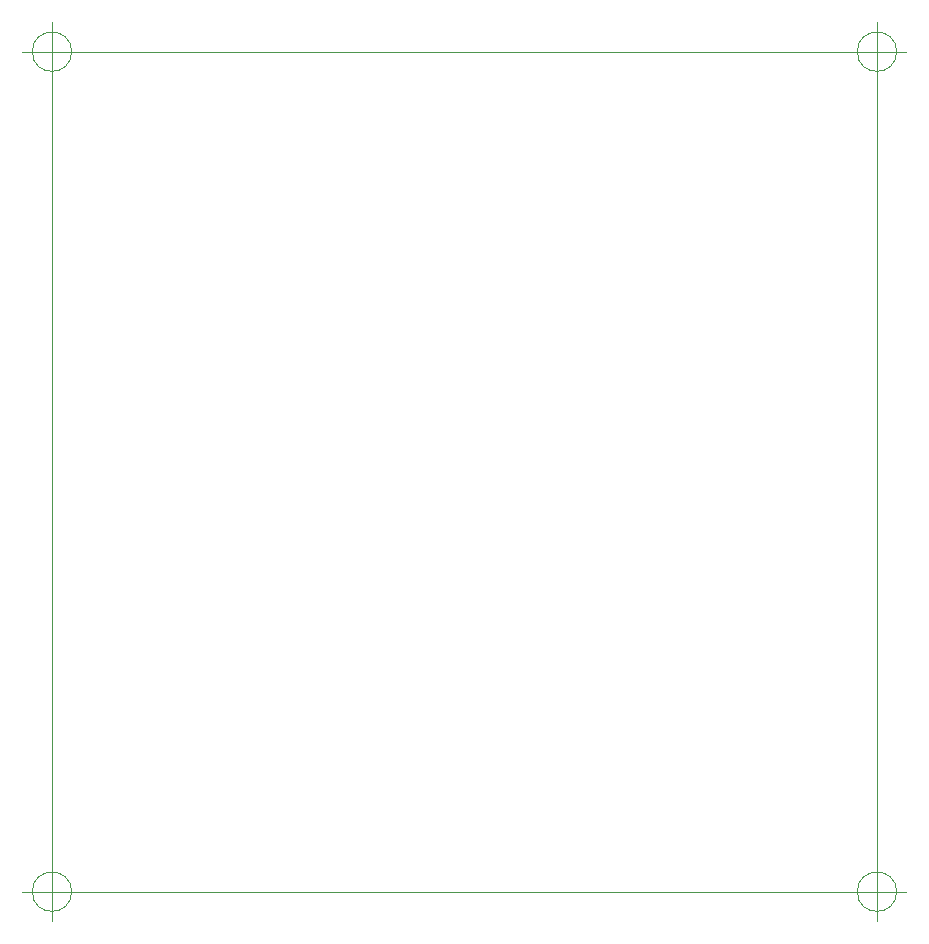
<source format=gm1>
G04 #@! TF.GenerationSoftware,KiCad,Pcbnew,(5.1.4)-1*
G04 #@! TF.CreationDate,2021-08-16T11:20:49+02:00*
G04 #@! TF.ProjectId,lionsled,6c696f6e-736c-4656-942e-6b696361645f,1.0*
G04 #@! TF.SameCoordinates,Original*
G04 #@! TF.FileFunction,Profile,NP*
%FSLAX46Y46*%
G04 Gerber Fmt 4.6, Leading zero omitted, Abs format (unit mm)*
G04 Created by KiCad (PCBNEW (5.1.4)-1) date 2021-08-16 11:20:49*
%MOMM*%
%LPD*%
G04 APERTURE LIST*
%ADD10C,0.050000*%
G04 APERTURE END LIST*
D10*
X68976666Y-127000000D02*
G75*
G03X68976666Y-127000000I-1666666J0D01*
G01*
X64810000Y-127000000D02*
X69810000Y-127000000D01*
X67310000Y-124500000D02*
X67310000Y-129500000D01*
X138826666Y-127000000D02*
G75*
G03X138826666Y-127000000I-1666666J0D01*
G01*
X134660000Y-127000000D02*
X139660000Y-127000000D01*
X137160000Y-124500000D02*
X137160000Y-129500000D01*
X138826666Y-55880000D02*
G75*
G03X138826666Y-55880000I-1666666J0D01*
G01*
X134660000Y-55880000D02*
X139660000Y-55880000D01*
X137160000Y-53380000D02*
X137160000Y-58380000D01*
X68976666Y-55880000D02*
G75*
G03X68976666Y-55880000I-1666666J0D01*
G01*
X64810000Y-55880000D02*
X69810000Y-55880000D01*
X67310000Y-53380000D02*
X67310000Y-58380000D01*
X67310000Y-127000000D02*
X67310000Y-55880000D01*
X137160000Y-127000000D02*
X67310000Y-127000000D01*
X137160000Y-55880000D02*
X137160000Y-127000000D01*
X67310000Y-55880000D02*
X137160000Y-55880000D01*
M02*

</source>
